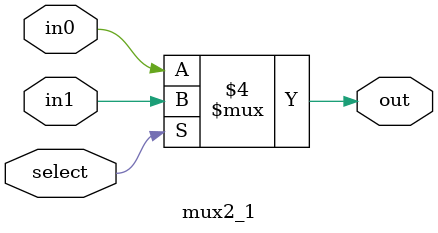
<source format=v>

module mux2_1 (
    input  wire in0,     // Data input 0
    input  wire in1,     // Data input 1
    input  wire select,  // Select line (0 for in0, 1 for in1)
    output reg  out      // Output of the multiplexer. Declared as 'reg' because it's assigned inside an 'always' block.
);

// This always block describes the behavioral logic of the MUX.
// It is sensitive to changes in any of its inputs (in0, in1, select).
always @(*) begin
    if (select == 1'b1) begin
        out = in1; // Output is in1
    end else begin
        out = in0; // Output is in0
    end
end

endmodule

</source>
